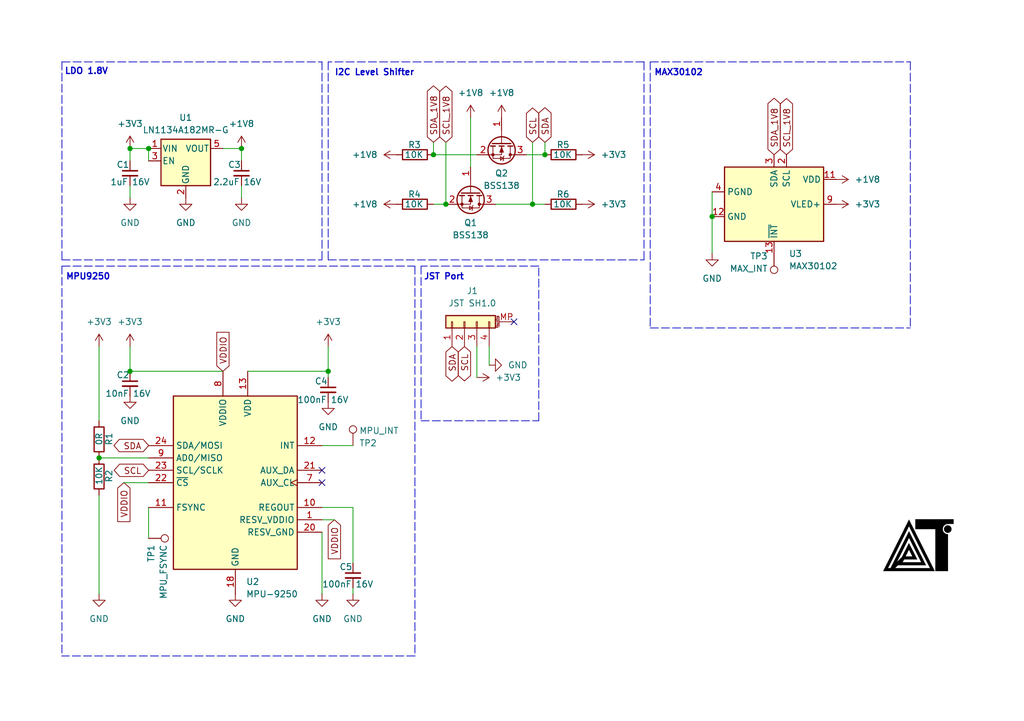
<source format=kicad_sch>
(kicad_sch (version 20231120) (generator "eeschema") (generator_version "8.0")
  (paper "A5")
  (title_block (title "sensor-unit-mpu") (date "2025-04-24") (rev "1.0"))
  (lib_symbols
    (symbol "Connector:TestPoint" (pin_numbers hide) (pin_names (offset 0.762) hide)
      (property "Reference" "TP" (at 0 6.858 0))
      (property "Value" "TestPoint" (at 0 5.08 0))
      (symbol "TestPoint_0_1"
        (circle (center 0 3.302) (radius 0.762))
      )
      (symbol "TestPoint_1_1"
        (pin passive line (at 0 0 90) (length 2.54) (name "1") (number "1"))
      )
    )
    (symbol "Connector_Generic_MountingPin:Conn_01x04_MountingPin" (pin_names (offset 1.016) hide)
      (property "Reference" "J" (at 0 5.08 0))
      (property "Value" "Conn_01x04_MountingPin" (at 1.27 -7.62 0))
      (symbol "Conn_01x04_MountingPin_1_1"
        (rectangle (start -1.27 -4.953) (end 0 -5.207) (stroke (width 0.1524)))
        (rectangle (start -1.27 -2.413) (end 0 -2.667) (stroke (width 0.1524)))
        (rectangle (start -1.27 0.127) (end 0 -0.127) (stroke (width 0.1524)))
        (rectangle (start -1.27 2.667) (end 0 2.413) (stroke (width 0.1524)))
        (rectangle (start -1.27 3.81) (end 1.27 -6.35) (stroke (width 0.254)) (fill (type background)))
        (polyline (pts (xy -1.016 -7.112) (xy 1.016 -7.112)) (stroke (width 0.1524)))
        (text "Mounting" (at 0 -6.731 0) (effects (font (size 0.381 0.381))))
        (pin passive line (at -5.08 2.54 0) (length 3.81) (name "Pin_1") (number "1"))
        (pin passive line (at -5.08 0 0) (length 3.81) (name "Pin_2") (number "2"))
        (pin passive line (at -5.08 -2.54 0) (length 3.81) (name "Pin_3") (number "3"))
        (pin passive line (at -5.08 -5.08 0) (length 3.81) (name "Pin_4") (number "4"))
        (pin passive line (at 0 -10.16 90) (length 3.048) (name "MountPin") (number "MP"))
      )
    )
    (symbol "Device:C_Small" (pin_numbers hide) (pin_names (offset 0.254) hide)
      (property "Reference" "C" (at 0.254 1.778 0))
      (property "Value" "C_Small" (at 0.254 -2.032 0))
      (symbol "C_Small_0_1"
        (polyline (pts (xy -1.524 -0.508) (xy 1.524 -0.508)) (stroke (width 0.3302)))
        (polyline (pts (xy -1.524 0.508) (xy 1.524 0.508)) (stroke (width 0.3048)))
      )
      (symbol "C_Small_1_1"
        (pin passive line (at 0 2.54 270) (length 2.032) (name "~") (number "1"))
        (pin passive line (at 0 -2.54 90) (length 2.032) (name "~") (number "2"))
      )
    )
    (symbol "Device:R" (pin_numbers hide) (pin_names (offset 0))
      (property "Reference" "R" (at 2.032 0 90))
      (property "Value" "R" (at 0 0 90))
      (symbol "R_0_1"
        (rectangle (start -1.016 -2.54) (end 1.016 2.54) (stroke (width 0.254)))
      )
      (symbol "R_1_1"
        (pin passive line (at 0 3.81 270) (length 1.27) (name "~") (number "1"))
        (pin passive line (at 0 -3.81 90) (length 1.27) (name "~") (number "2"))
      )
    )
    (symbol "Regulator_Linear:AP2112K-3.3" (pin_names (offset 0.254))
      (property "Reference" "U" (at -5.08 5.715 0))
      (property "Value" "AP2112K-3.3" (at 0 5.715 0))
      (symbol "AP2112K-3.3_0_1"
        (rectangle (start -5.08 4.445) (end 5.08 -5.08) (stroke (width 0.254)) (fill (type background)))
      )
      (symbol "AP2112K-3.3_1_1"
        (pin power_in line (at -7.62 2.54 0) (length 2.54) (name "VIN") (number "1"))
        (pin power_in line (at 0 -7.62 90) (length 2.54) (name "GND") (number "2"))
        (pin input line (at -7.62 0 0) (length 2.54) (name "EN") (number "3"))
        (pin no_connect line (at 5.08 0 180) (length 2.54) hide (name "NC") (number "4"))
        (pin power_out line (at 7.62 2.54 180) (length 2.54) (name "VOUT") (number "5"))
      )
    )
    (symbol "Sensor:MAX30102"
      (property "Reference" "U" (at 7.62 15.24 0))
      (property "Value" "MAX30102" (at 7.62 12.7 0))
      (symbol "MAX30102_0_1"
        (rectangle (start -7.62 10.16) (end 7.62 -10.16) (stroke (width 0.254)) (fill (type background)))
      )
      (symbol "MAX30102_1_1"
        (pin no_connect line (at -7.62 5.08 0) (length 2.54) hide (name "NC") (number "1"))
        (pin passive line (at 0 12.7 270) (length 2.54) hide (name "VLED+") (number "10"))
        (pin power_in line (at -5.08 12.7 270) (length 2.54) (name "VDD") (number "11"))
        (pin power_in line (at 2.54 -12.7 90) (length 2.54) (name "GND") (number "12"))
        (pin output line (at 10.16 0 180) (length 2.54) (name "~{INT}") (number "13"))
        (pin no_connect line (at 7.62 2.54 180) (length 2.54) hide (name "NC") (number "14"))
        (pin input line (at -10.16 2.54 0) (length 2.54) (name "SCL") (number "2"))
        (pin bidirectional line (at -10.16 0 0) (length 2.54) (name "SDA") (number "3"))
        (pin power_in line (at -2.54 -12.7 90) (length 2.54) (name "PGND") (number "4"))
        (pin no_connect line (at 7.62 -7.62 180) (length 2.54) hide (name "NC") (number "5"))
        (pin no_connect line (at 7.62 -5.08 180) (length 2.54) hide (name "NC") (number "6"))
        (pin no_connect line (at -7.62 -2.54 0) (length 2.54) hide (name "NC") (number "7"))
        (pin no_connect line (at 7.62 5.08 180) (length 2.54) hide (name "NC") (number "8"))
        (pin power_in line (at 0 12.7 270) (length 2.54) (name "VLED+") (number "9"))
      )
    )
    (symbol "Sensor_Motion:MPU-9250"
      (property "Reference" "U2" (at 2.1941 -20.32 0))
      (property "Value" "MPU-9250" (at 2.1941 -22.86 0))
      (symbol "MPU-9250_0_1"
        (rectangle (start -12.7 17.78) (end 12.7 -17.78) (stroke (width 0.254)) (fill (type background)))
      )
      (symbol "MPU-9250_1_1"
        (pin input line (at 17.78 -7.62 180) (length 5.08) (name "RESV_VDDIO") (number "1"))
        (pin passive line (at 17.78 -5.08 180) (length 5.08) (name "REGOUT") (number "10"))
        (pin input line (at -17.78 -5.08 0) (length 5.08) (name "FSYNC") (number "11"))
        (pin output line (at 17.78 7.62 180) (length 5.08) (name "INT") (number "12"))
        (pin power_in line (at 2.54 22.86 270) (length 5.08) (name "VDD") (number "13"))
        (pin no_connect line (at -12.7 -12.7 0) (length 2.54) hide (name "NC") (number "14"))
        (pin no_connect line (at 12.7 15.24 180) (length 2.54) hide (name "NC") (number "15"))
        (pin no_connect line (at 12.7 12.7 180) (length 2.54) hide (name "NC") (number "16"))
        (pin no_connect line (at 12.7 10.16 180) (length 2.54) hide (name "NC") (number "17"))
        (pin power_in line (at 0 -22.86 90) (length 5.08) (name "GND") (number "18"))
        (pin no_connect line (at 12.7 -13.97 180) (length 2.54) hide (name "RESV") (number "19"))
        (pin no_connect line (at -12.7 15.24 0) (length 2.54) hide (name "NC") (number "2"))
        (pin power_in line (at 17.78 -10.16 180) (length 5.08) (name "RESV_GND") (number "20"))
        (pin bidirectional line (at 17.78 2.54 180) (length 5.08) (name "AUX_DA") (number "21"))
        (pin input line (at -17.78 0 0) (length 5.08) (name "~{CS}") (number "22"))
        (pin input line (at -17.78 2.54 0) (length 5.08) (name "SCL/SCLK") (number "23"))
        (pin bidirectional line (at -17.78 7.62 0) (length 5.08) (name "SDA/MOSI") (number "24"))
        (pin no_connect line (at -12.7 12.7 0) (length 2.54) hide (name "NC") (number "3"))
        (pin no_connect line (at -12.7 10.16 0) (length 2.54) hide (name "NC") (number "4"))
        (pin no_connect line (at -12.7 -7.62 0) (length 2.54) hide (name "NC") (number "5"))
        (pin no_connect line (at -12.7 -10.16 0) (length 2.54) hide (name "NC") (number "6"))
        (pin output clock (at 17.78 0 180) (length 5.08) (name "AUX_CL") (number "7"))
        (pin power_in line (at -2.54 22.86 270) (length 5.08) (name "VDDIO") (number "8"))
        (pin bidirectional line (at -17.78 5.08 0) (length 5.08) (name "AD0/MISO") (number "9"))
      )
    )
    (symbol "Transistor_FET:BSS138" (pin_names hide)
      (property "Reference" "Q" (at 5.08 1.905 0))
      (property "Value" "BSS138" (at 5.08 0 0))
      (symbol "BSS138_0_1"
        (polyline (pts (xy 0.254 0) (xy -2.54 0)))
        (polyline (pts (xy 0.254 1.905) (xy 0.254 -1.905)) (stroke (width 0.254)))
        (polyline (pts (xy 0.762 -1.27) (xy 0.762 -2.286)) (stroke (width 0.254)))
        (polyline (pts (xy 0.762 0.508) (xy 0.762 -0.508)) (stroke (width 0.254)))
        (polyline (pts (xy 0.762 2.286) (xy 0.762 1.27)) (stroke (width 0.254)))
        (polyline (pts (xy 2.54 2.54) (xy 2.54 1.778)))
        (polyline (pts (xy 2.54 -2.54) (xy 2.54 0) (xy 0.762 0)))
        (polyline (pts (xy 0.762 -1.778) (xy 3.302 -1.778) (xy 3.302 1.778) (xy 0.762 1.778)))
        (polyline (pts (xy 1.016 0) (xy 2.032 0.381) (xy 2.032 -0.381) (xy 1.016 0)) (fill (type outline)))
        (polyline (pts (xy 2.794 0.508) (xy 2.921 0.381) (xy 3.683 0.381) (xy 3.81 0.254)))
        (polyline (pts (xy 3.302 0.381) (xy 2.921 -0.254) (xy 3.683 -0.254) (xy 3.302 0.381)))
        (circle (center 1.651 0) (radius 2.794) (stroke (width 0.254)))
        (circle (center 2.54 -1.778) (radius 0.254) (fill (type outline)))
        (circle (center 2.54 1.778) (radius 0.254) (fill (type outline)))
      )
      (symbol "BSS138_1_1"
        (pin input line (at -5.08 0 0) (length 2.54) (name "G") (number "1"))
        (pin passive line (at 2.54 -5.08 90) (length 2.54) (name "S") (number "2"))
        (pin passive line (at 2.54 5.08 270) (length 2.54) (name "D") (number "3"))
      )
    )
    (symbol "power:+1V8" (power) (pin_numbers hide) (pin_names (offset 0) hide)
      (property "Value" "+1V8" (at 0 3.556 0))
      (symbol "+1V8_0_1"
        (polyline (pts (xy -0.762 1.27) (xy 0 2.54)))
        (polyline (pts (xy 0 0) (xy 0 2.54)))
        (polyline (pts (xy 0 2.54) (xy 0.762 1.27)))
      )
      (symbol "+1V8_1_1"
        (pin power_in line (at 0 0 90) (length 0) (name "~") (number "1"))
      )
    )
    (symbol "power:+3V3" (power) (pin_numbers hide) (pin_names (offset 0) hide)
      (property "Value" "+3V3" (at 0 3.556 0))
      (symbol "+3V3_0_1"
        (polyline (pts (xy -0.762 1.27) (xy 0 2.54)))
        (polyline (pts (xy 0 0) (xy 0 2.54)))
        (polyline (pts (xy 0 2.54) (xy 0.762 1.27)))
      )
      (symbol "+3V3_1_1"
        (pin power_in line (at 0 0 90) (length 0) (name "~") (number "1"))
      )
    )
    (symbol "power:GND" (power) (pin_numbers hide) (pin_names (offset 0) hide)
      (property "Value" "GND" (at 0 -3.81 0))
      (symbol "GND_0_1"
        (polyline (pts (xy 0 0) (xy 0 -1.27) (xy 1.27 -1.27) (xy 0 -2.54) (xy -1.27 -1.27) (xy 0 -1.27)))
      )
      (symbol "GND_1_1"
        (pin power_in line (at 0 0 270) (length 0) (name "~") (number "1"))
      )
    )
  )
  (junction (at 26.67 30.48))
  (junction (at 67.31 76.2))
  (junction (at 109.22 41.91))
  (junction (at 30.48 30.48))
  (junction (at 49.53 30.48))
  (junction (at 26.67 76.2))
  (junction (at 146.05 44.45))
  (junction (at 88.9 31.75))
  (junction (at 20.32 93.98))
  (junction (at 91.44 41.91))
  (junction (at 111.76 31.75))
  (no_connect (at 105.41 66.04))
  (no_connect (at 66.04 96.52))
  (no_connect (at 66.04 99.06))
  (wire (pts (xy 109.22 41.91) (xy 111.76 41.91)))
  (wire (pts (xy 100.33 71.12) (xy 100.33 74.93)))
  (wire (pts (xy 25.4 99.06) (xy 30.48 99.06)))
  (wire (pts (xy 68.58 106.68) (xy 66.04 106.68)))
  (wire (pts (xy 97.79 71.12) (xy 97.79 77.47)))
  (polyline (pts (xy 133.35 12.7) (xy 186.69 12.7)) (stroke (width 0) (type dash)))
  (wire (pts (xy 72.39 120.65) (xy 72.39 121.92)))
  (wire (pts (xy 45.72 30.48) (xy 49.53 30.48)))
  (polyline (pts (xy 12.7 53.34) (xy 66.04 53.34)) (stroke (width 0) (type dash)))
  (wire (pts (xy 72.39 104.14) (xy 66.04 104.14)))
  (polyline (pts (xy 67.31 12.7) (xy 67.31 53.34)) (stroke (width 0) (type dash)))
  (wire (pts (xy 72.39 104.14) (xy 72.39 115.57)))
  (polyline (pts (xy 86.36 86.36) (xy 110.49 86.36)) (stroke (width 0) (type dash)))
  (polyline (pts (xy 12.7 54.61) (xy 85.09 54.61)) (stroke (width 0) (type dash)))
  (wire (pts (xy 67.31 77.47) (xy 67.31 76.2)))
  (wire (pts (xy 66.04 91.44) (xy 72.39 91.44)))
  (polyline (pts (xy 67.31 53.34) (xy 132.08 53.34)) (stroke (width 0) (type dash)))
  (wire (pts (xy 96.52 24.13) (xy 96.52 34.29)))
  (wire (pts (xy 91.44 29.21) (xy 91.44 41.91)))
  (wire (pts (xy 49.53 30.48) (xy 49.53 33.02)))
  (wire (pts (xy 88.9 41.91) (xy 91.44 41.91)))
  (wire (pts (xy 30.48 104.14) (xy 30.48 110.49)))
  (wire (pts (xy 107.95 31.75) (xy 111.76 31.75)))
  (polyline (pts (xy 133.35 67.31) (xy 186.69 67.31)) (stroke (width 0) (type dash)))
  (wire (pts (xy 30.48 30.48) (xy 30.48 33.02)))
  (wire (pts (xy 66.04 109.22) (xy 66.04 121.92)))
  (wire (pts (xy 26.67 76.2) (xy 45.72 76.2)))
  (wire (pts (xy 26.67 71.12) (xy 26.67 76.2)))
  (wire (pts (xy 101.6 41.91) (xy 109.22 41.91)))
  (wire (pts (xy 50.8 76.2) (xy 67.31 76.2)))
  (wire (pts (xy 111.76 29.21) (xy 111.76 31.75)))
  (polyline (pts (xy 132.08 12.7) (xy 67.31 12.7)) (stroke (width 0) (type dash)))
  (wire (pts (xy 109.22 29.21) (xy 109.22 41.91)))
  (wire (pts (xy 26.67 33.02) (xy 26.67 30.48)))
  (wire (pts (xy 49.53 40.64) (xy 49.53 38.1)))
  (polyline (pts (xy 85.09 134.62) (xy 12.7 134.62)) (stroke (width 0) (type dash)))
  (polyline (pts (xy 186.69 12.7) (xy 186.69 67.31)) (stroke (width 0) (type dash)))
  (polyline (pts (xy 66.04 12.7) (xy 66.04 53.34)) (stroke (width 0) (type dash)))
  (wire (pts (xy 20.32 71.12) (xy 20.32 86.36)))
  (wire (pts (xy 67.31 71.12) (xy 67.31 76.2)))
  (polyline (pts (xy 133.35 12.7) (xy 133.35 67.31)) (stroke (width 0) (type dash)))
  (polyline (pts (xy 110.49 86.36) (xy 110.49 54.61)) (stroke (width 0) (type dash)))
  (polyline (pts (xy 12.7 12.7) (xy 66.04 12.7)) (stroke (width 0) (type dash)))
  (polyline (pts (xy 12.7 12.7) (xy 12.7 53.34)) (stroke (width 0) (type dash)))
  (wire (pts (xy 88.9 29.21) (xy 88.9 31.75)))
  (wire (pts (xy 88.9 31.75) (xy 97.79 31.75)))
  (wire (pts (xy 146.05 52.07) (xy 146.05 44.45)))
  (polyline (pts (xy 132.08 12.7) (xy 132.08 53.34)) (stroke (width 0) (type dash)))
  (polyline (pts (xy 86.36 54.61) (xy 86.36 86.36)) (stroke (width 0) (type dash)))
  (polyline (pts (xy 85.09 54.61) (xy 85.09 134.62)) (stroke (width 0) (type dash)))
  (wire (pts (xy 26.67 30.48) (xy 30.48 30.48)))
  (polyline (pts (xy 110.49 54.61) (xy 86.36 54.61)) (stroke (width 0) (type dash)))
  (wire (pts (xy 20.32 121.92) (xy 20.32 101.6)))
  (wire (pts (xy 26.67 40.64) (xy 26.67 38.1)))
  (polyline (pts (xy 12.7 54.61) (xy 12.7 134.62)) (stroke (width 0) (type dash)))
  (wire (pts (xy 146.05 39.37) (xy 146.05 44.45)))
  (wire (pts (xy 20.32 93.98) (xy 30.48 93.98)))
  (image (at 187.96 111.76) (scale 0.359998))
  (text "I2C Level Shifter" (at 68.58 15.748 0) (effects (font (size 1.27 1.27) (thickness 0.254) (bold yes)) (justify left bottom)))
  (text "MPU9250" (at 13.462 57.658 0) (effects (font (size 1.27 1.27) (thickness 0.254) (bold yes)) (justify left bottom)))
  (text "MAX30102\n" (at 134.112 15.748 0) (effects (font (size 1.27 1.27) (thickness 0.254) (bold yes)) (justify left bottom)))
  (text "JST Port\n" (at 86.868 57.658 0) (effects (font (size 1.27 1.27) (thickness 0.254) (bold yes)) (justify left bottom)))
  (text "LDO 1.8V\n" (at 13.208 15.494 0) (effects (font (size 1.27 1.27) (thickness 0.254) (bold yes)) (justify left bottom)))
  (global_label "SDA" (shape bidirectional) (at 30.48 91.44 180) (property "Intersheetrefs" "${INTERSHEET_REFS}" (effects (hide yes))))
  (global_label "SDA" (shape bidirectional) (at 92.71 71.12 270) (property "Intersheetrefs" "${INTERSHEET_REFS}" (effects (hide yes))))
  (global_label "SCL" (shape bidirectional) (at 30.48 96.52 180) (property "Intersheetrefs" "${INTERSHEET_REFS}" (effects (hide yes))))
  (global_label "SDA_1V8" (shape bidirectional) (at 88.9 29.21 90) (property "Intersheetrefs" "${INTERSHEET_REFS}" (effects (hide yes))))
  (global_label "VDDIO" (shape input) (at 45.72 76.2 90) (property "Intersheetrefs" "${INTERSHEET_REFS}" (effects (hide yes))))
  (global_label "SCL_1V8" (shape bidirectional) (at 91.44 29.21 90) (property "Intersheetrefs" "${INTERSHEET_REFS}" (effects (hide yes))))
  (global_label "SCL" (shape bidirectional) (at 95.25 71.12 270) (property "Intersheetrefs" "${INTERSHEET_REFS}" (effects (hide yes))))
  (global_label "VDDIO" (shape input) (at 25.4 99.06 270) (property "Intersheetrefs" "${INTERSHEET_REFS}" (effects (hide yes))))
  (global_label "SCL" (shape bidirectional) (at 109.22 29.21 90) (property "Intersheetrefs" "${INTERSHEET_REFS}" (effects (hide yes))))
  (global_label "SDA" (shape bidirectional) (at 111.76 29.21 90) (property "Intersheetrefs" "${INTERSHEET_REFS}" (effects (hide yes))))
  (global_label "VDDIO" (shape input) (at 68.58 106.68 270) (property "Intersheetrefs" "${INTERSHEET_REFS}" (effects (hide yes))))
  (global_label "SDA_1V8" (shape bidirectional) (at 158.75 31.75 90) (property "Intersheetrefs" "${INTERSHEET_REFS}" (effects (hide yes))))
  (global_label "SCL_1V8" (shape bidirectional) (at 161.29 31.75 90) (property "Intersheetrefs" "${INTERSHEET_REFS}" (effects (hide yes))))
  (symbol (lib_id "Device:R") (at 20.32 90.17 0) (unit 1)
    (property "Reference" "R1" (at 22.352 91.44 90) (effects (justify left)))
    (property "Value" "0R" (at 20.32 91.44 90) (effects (justify left)))
    (property "Footprint" "Resistor_SMD:R_0402_1005Metric" (effects (hide yes)))
    (property "Description" "Resistor" (effects (hide yes)))
  )
  (symbol (lib_id "Sensor:MAX30102") (at 158.75 41.91 270) (unit 1)
    (property "Reference" "U3" (at 161.7665 52.07 90) (effects (justify left)))
    (property "Value" "MAX30102" (at 161.7665 54.61 90) (effects (justify left)))
    (property "Footprint" "OptoDevice:Maxim_OLGA-14_3.3x5.6mm_P0.8mm" (effects (hide yes)))
    (property "Datasheet" "https://datasheets.maximintegrated.com/en/ds/MAX30102.pdf" (effects (hide yes)))
    (property "Description" "Heart Rate Sensor, 14-OLGA" (effects (hide yes)))
  )
  (symbol (lib_id "Device:C_Small") (at 72.39 118.11 0) (unit 1)
    (property "Reference" "C5" (at 69.596 116.332 0) (effects (justify left)))
    (property "Value" "100nF 16V" (at 66.04 119.888 0) (effects (justify left)))
    (property "Footprint" "Capacitor_SMD:C_0603_1608Metric" (effects (hide yes)))
    (property "Description" "Unpolarized capacitor, small symbol" (effects (hide yes)))
  )
  (symbol (lib_id "power:+1V8") (at 81.28 41.91 90) (unit 1)
    (property "Reference" "#PWR016" (effects (hide yes)))
    (property "Value" "+1V8" (at 77.47 41.9099 90) (effects (justify left)))
    (property "Description" "Power symbol creates a global label with name \"+1V8\"" (effects (hide yes)))
  )
  (symbol (lib_id "Device:R") (at 115.57 31.75 90) (unit 1)
    (property "Reference" "R5" (at 116.84 29.718 90) (effects (justify left)))
    (property "Value" "10K" (at 117.348 31.75 90) (effects (justify left)))
    (property "Footprint" "Resistor_SMD:R_0402_1005Metric" (effects (hide yes)))
    (property "Description" "Resistor" (effects (hide yes)))
  )
  (symbol (lib_id "Device:C_Small") (at 67.31 80.01 0) (unit 1)
    (property "Reference" "C4" (at 64.516 78.232 0) (effects (justify left)))
    (property "Value" "100nF 16V" (at 60.96 82.042 0) (effects (justify left)))
    (property "Footprint" "Capacitor_SMD:C_0603_1608Metric" (effects (hide yes)))
    (property "Description" "Unpolarized capacitor, small symbol" (effects (hide yes)))
  )
  (symbol (lib_id "power:GND") (at 26.67 81.28 0) (unit 1)
    (property "Reference" "#PWR06" (effects (hide yes)))
    (property "Value" "GND" (at 26.67 86.36 0))
    (property "Description" "Power symbol creates a global label with name \"GND\" , ground" (effects (hide yes)))
  )
  (symbol (lib_id "Device:R") (at 85.09 41.91 90) (unit 1)
    (property "Reference" "R4" (at 86.36 39.878 90) (effects (justify left)))
    (property "Value" "10K" (at 86.868 41.91 90) (effects (justify left)))
    (property "Footprint" "Resistor_SMD:R_0402_1005Metric" (effects (hide yes)))
    (property "Description" "Resistor" (effects (hide yes)))
  )
  (symbol (lib_id "power:GND") (at 66.04 121.92 0) (unit 1)
    (property "Reference" "#PWR011" (effects (hide yes)))
    (property "Value" "GND" (at 66.04 127 0))
    (property "Description" "Power symbol creates a global label with name \"GND\" , ground" (effects (hide yes)))
  )
  (symbol (lib_id "power:+3V3") (at 26.67 30.48 0) (unit 1)
    (property "Reference" "#PWR03" (effects (hide yes)))
    (property "Value" "+3V3" (at 26.67 25.4 0))
    (property "Description" "Power symbol creates a global label with name \"+3V3\"" (effects (hide yes)))
  )
  (symbol (lib_id "power:+3V3") (at 97.79 77.47 270) (unit 1)
    (property "Reference" "#PWR018" (effects (hide yes)))
    (property "Value" "+3V3" (at 101.6 77.4699 90) (effects (justify left)))
    (property "Description" "Power symbol creates a global label with name \"+3V3\"" (effects (hide yes)))
  )
  (symbol (lib_id "Transistor_FET:BSS138") (at 102.87 29.21 270) (unit 1)
    (property "Reference" "Q2" (at 102.87 35.56 90))
    (property "Value" "BSS138" (at 102.87 38.1 90))
    (property "Footprint" "Package_TO_SOT_SMD:SOT-23" (effects (hide yes)))
    (property "Datasheet" "https://www.onsemi.com/pub/Collateral/BSS138-D.PDF" (effects (hide yes)))
    (property "Description" "50V Vds, 0.22A Id, N-Channel MOSFET, SOT-23" (effects (hide yes)))
  )
  (symbol (lib_id "power:GND") (at 20.32 121.92 0) (unit 1)
    (property "Reference" "#PWR02" (effects (hide yes)))
    (property "Value" "GND" (at 20.32 127 0))
    (property "Description" "Power symbol creates a global label with name \"GND\" , ground" (effects (hide yes)))
  )
  (symbol (lib_id "power:GND") (at 146.05 52.07 0) (unit 1)
    (property "Reference" "#PWR023" (effects (hide yes)))
    (property "Value" "GND" (at 146.05 57.15 0))
    (property "Description" "Power symbol creates a global label with name \"GND\" , ground" (effects (hide yes)))
  )
  (symbol (lib_id "power:GND") (at 48.26 121.92 0) (unit 1)
    (property "Reference" "#PWR08" (effects (hide yes)))
    (property "Value" "GND" (at 48.26 127 0))
    (property "Description" "Power symbol creates a global label with name \"GND\" , ground" (effects (hide yes)))
  )
  (symbol (lib_id "Sensor_Motion:MPU-9250") (at 48.26 99.06 0) (unit 1)
    (property "Reference" "U2" (at 50.4541 119.38 0) (effects (justify left)))
    (property "Value" "MPU-9250" (at 50.4541 121.92 0) (effects (justify left)))
    (property "Footprint" "Sensor_Motion:InvenSense_QFN-24_3x3mm_P0.4mm_NoMask" (effects (hide yes)))
    (property "Datasheet" "https://invensense.tdk.com/wp-content/uploads/2015/02/PS-MPU-9250A-01-v1.1.pdf" (effects (hide yes)))
    (property "Description" "InvenSense 9-Axis Motion Sensor, Accelerometer, Gyroscope, Compass, I2C/SPI" (effects (hide yes)))
  )
  (symbol (lib_id "power:+3V3") (at 26.67 71.12 0) (unit 1)
    (property "Reference" "#PWR05" (effects (hide yes)))
    (property "Value" "+3V3" (at 26.67 66.04 0))
    (property "Description" "Power symbol creates a global label with name \"+3V3\"" (effects (hide yes)))
  )
  (symbol (lib_id "Device:R") (at 20.32 97.79 0) (unit 1)
    (property "Reference" "R2" (at 22.352 99.06 90) (effects (justify left)))
    (property "Value" "10K" (at 20.32 99.568 90) (effects (justify left)))
    (property "Footprint" "Resistor_SMD:R_0402_1005Metric" (effects (hide yes)))
    (property "Description" "Resistor" (effects (hide yes)))
  )
  (symbol (lib_id "power:+3V3") (at 119.38 31.75 270) (unit 1)
    (property "Reference" "#PWR021" (effects (hide yes)))
    (property "Value" "+3V3" (at 123.19 31.7499 90) (effects (justify left)))
    (property "Description" "Power symbol creates a global label with name \"+3V3\"" (effects (hide yes)))
  )
  (symbol (lib_id "Device:R") (at 115.57 41.91 90) (unit 1)
    (property "Reference" "R6" (at 116.84 39.878 90) (effects (justify left)))
    (property "Value" "10K" (at 117.348 41.91 90) (effects (justify left)))
    (property "Footprint" "Resistor_SMD:R_0402_1005Metric" (effects (hide yes)))
    (property "Description" "Resistor" (effects (hide yes)))
  )
  (symbol (lib_id "Connector:TestPoint") (at 30.48 110.49 270) (mirror x) (unit 1)
    (property "Reference" "TP1" (at 30.988 111.76 0) (effects (justify right)))
    (property "Value" "MPU_FSYNC" (at 33.528 111.76 0) (effects (justify right)))
    (property "Footprint" "TestPoint:TestPoint_Pad_D1.0mm" (effects (hide yes)))
    (property "Description" "test point" (effects (hide yes)))
  )
  (symbol (lib_id "Device:C_Small") (at 49.53 35.56 0) (unit 1)
    (property "Reference" "C3" (at 46.736 33.782 0) (effects (justify left)))
    (property "Value" "2.2uF 16V" (at 43.688 37.338 0) (effects (justify left)))
    (property "Footprint" "Capacitor_SMD:C_0603_1608Metric" (effects (hide yes)))
    (property "Description" "Unpolarized capacitor, small symbol" (effects (hide yes)))
  )
  (symbol (lib_id "power:GND") (at 26.67 40.64 0) (unit 1)
    (property "Reference" "#PWR04" (effects (hide yes)))
    (property "Value" "GND" (at 26.67 45.72 0))
    (property "Description" "Power symbol creates a global label with name \"GND\" , ground" (effects (hide yes)))
  )
  (symbol (lib_id "power:GND") (at 72.39 121.92 0) (unit 1)
    (property "Reference" "#PWR014" (effects (hide yes)))
    (property "Value" "GND" (at 72.39 127 0))
    (property "Description" "Power symbol creates a global label with name \"GND\" , ground" (effects (hide yes)))
  )
  (symbol (lib_id "power:GND") (at 67.31 82.55 0) (unit 1)
    (property "Reference" "#PWR013" (effects (hide yes)))
    (property "Value" "GND" (at 67.31 87.63 0))
    (property "Description" "Power symbol creates a global label with name \"GND\" , ground" (effects (hide yes)))
  )
  (symbol (lib_id "Device:C_Small") (at 26.67 78.74 0) (unit 1)
    (property "Reference" "C2" (at 23.876 76.962 0) (effects (justify left)))
    (property "Value" "10nF 16V" (at 21.59 80.772 0) (effects (justify left)))
    (property "Footprint" "Capacitor_SMD:C_0603_1608Metric" (effects (hide yes)))
    (property "Description" "Unpolarized capacitor, small symbol" (effects (hide yes)))
  )
  (symbol (lib_id "power:+1V8") (at 49.53 30.48 0) (unit 1)
    (property "Reference" "#PWR09" (effects (hide yes)))
    (property "Value" "+1V8" (at 49.53 25.4 0))
    (property "Description" "Power symbol creates a global label with name \"+1V8\"" (effects (hide yes)))
  )
  (symbol (lib_id "Device:R") (at 85.09 31.75 90) (unit 1)
    (property "Reference" "R3" (at 86.36 29.718 90) (effects (justify left)))
    (property "Value" "10K" (at 86.868 31.75 90) (effects (justify left)))
    (property "Footprint" "Resistor_SMD:R_0402_1005Metric" (effects (hide yes)))
    (property "Description" "Resistor" (effects (hide yes)))
  )
  (symbol (lib_id "power:+1V8") (at 102.87 24.13 0) (unit 1)
    (property "Reference" "#PWR020" (effects (hide yes)))
    (property "Value" "+1V8" (at 102.87 19.05 0))
    (property "Description" "Power symbol creates a global label with name \"+1V8\"" (effects (hide yes)))
  )
  (symbol (lib_id "power:GND") (at 100.33 74.93 90) (unit 1)
    (property "Reference" "#PWR019" (effects (hide yes)))
    (property "Value" "GND" (at 104.14 74.9299 90) (effects (justify right)))
    (property "Description" "Power symbol creates a global label with name \"GND\" , ground" (effects (hide yes)))
  )
  (symbol (lib_id "Connector_Generic_MountingPin:Conn_01x04_MountingPin") (at 95.25 66.04 90) (unit 1)
    (property "Reference" "J1" (at 96.8756 59.69 90))
    (property "Value" "JST SH1.0" (at 96.8756 62.23 90))
    (property "Footprint" "Connector_JST:JST_SH_SM04B-SRSS-TB_1x04-1MP_P1.00mm_Horizontal" (effects (hide yes)))
    (property "Description" "Generic connectable mounting pin connector, single row, 01x04, script generated (kicad-library-utils/schlib/autogen/connector/)" (effects (hide yes)))
  )
  (symbol (lib_id "Connector:TestPoint") (at 72.39 91.44 0) (mirror y) (unit 1)
    (property "Reference" "TP2" (at 73.66 90.932 0) (effects (justify right)))
    (property "Value" "MPU_INT" (at 73.66 88.392 0) (effects (justify right)))
    (property "Footprint" "TestPoint:TestPoint_Pad_D1.0mm" (effects (hide yes)))
    (property "Description" "test point" (effects (hide yes)))
  )
  (symbol (lib_id "Regulator_Linear:AP2112K-3.3") (at 38.1 33.02 0) (unit 1)
    (property "Reference" "U1" (at 38.1 24.13 0))
    (property "Value" "LN1134A182MR-G" (at 38.1 26.67 0))
    (property "Footprint" "Package_TO_SOT_SMD:SOT-23-5" (effects (hide yes)))
  )
  (symbol (lib_id "Device:C_Small") (at 26.67 35.56 0) (unit 1)
    (property "Reference" "C1" (at 23.876 33.782 0) (effects (justify left)))
    (property "Value" "1uF 16V" (at 22.606 37.338 0) (effects (justify left)))
    (property "Footprint" "Capacitor_SMD:C_0603_1608Metric" (effects (hide yes)))
    (property "Description" "Unpolarized capacitor, small symbol" (effects (hide yes)))
  )
  (symbol (lib_id "power:+3V3") (at 171.45 41.91 270) (unit 1)
    (property "Reference" "#PWR025" (effects (hide yes)))
    (property "Value" "+3V3" (at 175.26 41.9099 90) (effects (justify left)))
    (property "Description" "Power symbol creates a global label with name \"+3V3\"" (effects (hide yes)))
  )
  (symbol (lib_id "power:+3V3") (at 67.31 71.12 0) (unit 1)
    (property "Reference" "#PWR012" (effects (hide yes)))
    (property "Value" "+3V3" (at 67.31 66.04 0))
    (property "Description" "Power symbol creates a global label with name \"+3V3\"" (effects (hide yes)))
  )
  (symbol (lib_id "power:+1V8") (at 171.45 36.83 270) (unit 1)
    (property "Reference" "#PWR024" (effects (hide yes)))
    (property "Value" "+1V8" (at 175.26 36.8299 90) (effects (justify left)))
    (property "Description" "Power symbol creates a global label with name \"+1V8\"" (effects (hide yes)))
  )
  (symbol (lib_id "power:+1V8") (at 81.28 31.75 90) (unit 1)
    (property "Reference" "#PWR015" (effects (hide yes)))
    (property "Value" "+1V8" (at 77.47 31.7499 90) (effects (justify left)))
    (property "Description" "Power symbol creates a global label with name \"+1V8\"" (effects (hide yes)))
  )
  (symbol (lib_id "power:GND") (at 38.1 40.64 0) (unit 1)
    (property "Reference" "#PWR07" (effects (hide yes)))
    (property "Value" "GND" (at 38.1 45.72 0))
    (property "Description" "Power symbol creates a global label with name \"GND\" , ground" (effects (hide yes)))
  )
  (symbol (lib_id "Transistor_FET:BSS138") (at 96.52 39.37 270) (unit 1)
    (property "Reference" "Q1" (at 96.52 45.72 90))
    (property "Value" "BSS138" (at 96.52 48.26 90))
    (property "Footprint" "Package_TO_SOT_SMD:SOT-23" (effects (hide yes)))
    (property "Datasheet" "https://www.onsemi.com/pub/Collateral/BSS138-D.PDF" (effects (hide yes)))
    (property "Description" "50V Vds, 0.22A Id, N-Channel MOSFET, SOT-23" (effects (hide yes)))
  )
  (symbol (lib_id "power:+3V3") (at 20.32 71.12 0) (unit 1)
    (property "Reference" "#PWR01" (effects (hide yes)))
    (property "Value" "+3V3" (at 20.32 66.04 0))
    (property "Description" "Power symbol creates a global label with name \"+3V3\"" (effects (hide yes)))
  )
  (symbol (lib_id "Connector:TestPoint") (at 158.75 52.07 0) (mirror x) (unit 1)
    (property "Reference" "TP3" (at 157.48 52.578 0) (effects (justify right)))
    (property "Value" "MAX_INT" (at 157.48 55.118 0) (effects (justify right)))
    (property "Footprint" "TestPoint:TestPoint_Pad_D1.0mm" (effects (hide yes)))
    (property "Description" "test point" (effects (hide yes)))
  )
  (symbol (lib_id "power:+3V3") (at 119.38 41.91 270) (unit 1)
    (property "Reference" "#PWR022" (effects (hide yes)))
    (property "Value" "+3V3" (at 123.19 41.9099 90) (effects (justify left)))
    (property "Description" "Power symbol creates a global label with name \"+3V3\"" (effects (hide yes)))
  )
  (symbol (lib_id "power:+1V8") (at 96.52 24.13 0) (unit 1)
    (property "Reference" "#PWR017" (effects (hide yes)))
    (property "Value" "+1V8" (at 96.52 19.05 0))
    (property "Description" "Power symbol creates a global label with name \"+1V8\"" (effects (hide yes)))
  )
  (symbol (lib_id "power:GND") (at 49.53 40.64 0) (unit 1)
    (property "Reference" "#PWR010" (effects (hide yes)))
    (property "Value" "GND" (at 49.53 45.72 0))
    (property "Description" "Power symbol creates a global label with name \"GND\" , ground" (effects (hide yes)))
  )
)
</source>
